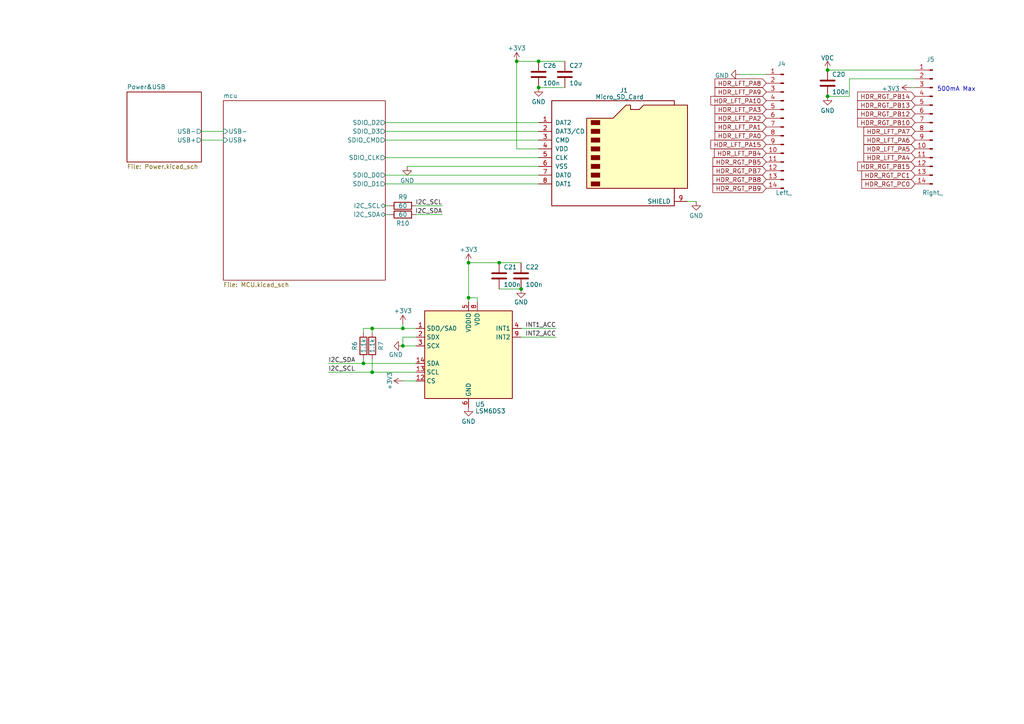
<source format=kicad_sch>
(kicad_sch (version 20231120) (generator "eeschema") (generator_version "8.0")
  (paper "A4")
  (lib_symbols
    (symbol "Connector:Conn_01x14_Pin" (pin_names (offset 1.016) hide)
      (property "Reference" "J" (at 0 17.78 0))
      (property "Value" "Conn_01x14_Pin" (at 0 -20.32 0))
      (symbol "Conn_01x14_Pin_1_1"
        (polyline (pts (xy 1.27 -17.78) (xy 0.8636 -17.78)) (stroke (width 0.1524)))
        (polyline (pts (xy 1.27 -15.24) (xy 0.8636 -15.24)) (stroke (width 0.1524)))
        (polyline (pts (xy 1.27 -12.7) (xy 0.8636 -12.7)) (stroke (width 0.1524)))
        (polyline (pts (xy 1.27 -10.16) (xy 0.8636 -10.16)) (stroke (width 0.1524)))
        (polyline (pts (xy 1.27 -7.62) (xy 0.8636 -7.62)) (stroke (width 0.1524)))
        (polyline (pts (xy 1.27 -5.08) (xy 0.8636 -5.08)) (stroke (width 0.1524)))
        (polyline (pts (xy 1.27 -2.54) (xy 0.8636 -2.54)) (stroke (width 0.1524)))
        (polyline (pts (xy 1.27 0) (xy 0.8636 0)) (stroke (width 0.1524)))
        (polyline (pts (xy 1.27 2.54) (xy 0.8636 2.54)) (stroke (width 0.1524)))
        (polyline (pts (xy 1.27 5.08) (xy 0.8636 5.08)) (stroke (width 0.1524)))
        (polyline (pts (xy 1.27 7.62) (xy 0.8636 7.62)) (stroke (width 0.1524)))
        (polyline (pts (xy 1.27 10.16) (xy 0.8636 10.16)) (stroke (width 0.1524)))
        (polyline (pts (xy 1.27 12.7) (xy 0.8636 12.7)) (stroke (width 0.1524)))
        (polyline (pts (xy 1.27 15.24) (xy 0.8636 15.24)) (stroke (width 0.1524)))
        (rectangle (start 0.8636 -17.653) (end 0 -17.907) (stroke (width 0.1524)) (fill (type outline)))
        (rectangle (start 0.8636 -15.113) (end 0 -15.367) (stroke (width 0.1524)) (fill (type outline)))
        (rectangle (start 0.8636 -12.573) (end 0 -12.827) (stroke (width 0.1524)) (fill (type outline)))
        (rectangle (start 0.8636 -10.033) (end 0 -10.287) (stroke (width 0.1524)) (fill (type outline)))
        (rectangle (start 0.8636 -7.493) (end 0 -7.747) (stroke (width 0.1524)) (fill (type outline)))
        (rectangle (start 0.8636 -4.953) (end 0 -5.207) (stroke (width 0.1524)) (fill (type outline)))
        (rectangle (start 0.8636 -2.413) (end 0 -2.667) (stroke (width 0.1524)) (fill (type outline)))
        (rectangle (start 0.8636 0.127) (end 0 -0.127) (stroke (width 0.1524)) (fill (type outline)))
        (rectangle (start 0.8636 2.667) (end 0 2.413) (stroke (width 0.1524)) (fill (type outline)))
        (rectangle (start 0.8636 5.207) (end 0 4.953) (stroke (width 0.1524)) (fill (type outline)))
        (rectangle (start 0.8636 7.747) (end 0 7.493) (stroke (width 0.1524)) (fill (type outline)))
        (rectangle (start 0.8636 10.287) (end 0 10.033) (stroke (width 0.1524)) (fill (type outline)))
        (rectangle (start 0.8636 12.827) (end 0 12.573) (stroke (width 0.1524)) (fill (type outline)))
        (rectangle (start 0.8636 15.367) (end 0 15.113) (stroke (width 0.1524)) (fill (type outline)))
        (pin passive line (at 5.08 15.24 180) (length 3.81) (name "Pin_1") (number "1"))
        (pin passive line (at 5.08 -7.62 180) (length 3.81) (name "Pin_10") (number "10"))
        (pin passive line (at 5.08 -10.16 180) (length 3.81) (name "Pin_11") (number "11"))
        (pin passive line (at 5.08 -12.7 180) (length 3.81) (name "Pin_12") (number "12"))
        (pin passive line (at 5.08 -15.24 180) (length 3.81) (name "Pin_13") (number "13"))
        (pin passive line (at 5.08 -17.78 180) (length 3.81) (name "Pin_14") (number "14"))
        (pin passive line (at 5.08 12.7 180) (length 3.81) (name "Pin_2") (number "2"))
        (pin passive line (at 5.08 10.16 180) (length 3.81) (name "Pin_3") (number "3"))
        (pin passive line (at 5.08 7.62 180) (length 3.81) (name "Pin_4") (number "4"))
        (pin passive line (at 5.08 5.08 180) (length 3.81) (name "Pin_5") (number "5"))
        (pin passive line (at 5.08 2.54 180) (length 3.81) (name "Pin_6") (number "6"))
        (pin passive line (at 5.08 0 180) (length 3.81) (name "Pin_7") (number "7"))
        (pin passive line (at 5.08 -2.54 180) (length 3.81) (name "Pin_8") (number "8"))
        (pin passive line (at 5.08 -5.08 180) (length 3.81) (name "Pin_9") (number "9"))
      )
    )
    (symbol "Connector:Micro_SD_Card" (pin_names (offset 1.016))
      (property "Reference" "J" (at -16.51 15.24 0))
      (property "Value" "Micro_SD_Card" (at 16.51 15.24 0))
      (symbol "Micro_SD_Card_0_1"
        (rectangle (start -7.62 -9.525) (end -5.08 -10.795) (fill (type outline)))
        (rectangle (start -7.62 -6.985) (end -5.08 -8.255) (fill (type outline)))
        (rectangle (start -7.62 -4.445) (end -5.08 -5.715) (fill (type outline)))
        (rectangle (start -7.62 -1.905) (end -5.08 -3.175) (fill (type outline)))
        (rectangle (start -7.62 0.635) (end -5.08 -0.635) (fill (type outline)))
        (rectangle (start -7.62 3.175) (end -5.08 1.905) (fill (type outline)))
        (rectangle (start -7.62 5.715) (end -5.08 4.445) (fill (type outline)))
        (rectangle (start -7.62 8.255) (end -5.08 6.985) (fill (type outline)))
        (polyline (pts (xy 16.51 12.7) (xy 16.51 13.97) (xy -19.05 13.97) (xy -19.05 -16.51) (xy 16.51 -16.51) (xy 16.51 -11.43)) (stroke (width 0.254)))
        (polyline (pts (xy -8.89 -11.43) (xy -8.89 8.89) (xy -1.27 8.89) (xy 2.54 12.7) (xy 3.81 12.7) (xy 3.81 11.43) (xy 6.35 11.43) (xy 7.62 12.7) (xy 20.32 12.7) (xy 20.32 -11.43) (xy -8.89 -11.43)) (stroke (width 0.254)) (fill (type background)))
      )
      (symbol "Micro_SD_Card_1_1"
        (pin bidirectional line (at -22.86 7.62 0) (length 3.81) (name "DAT2") (number "1"))
        (pin bidirectional line (at -22.86 5.08 0) (length 3.81) (name "DAT3/CD") (number "2"))
        (pin input line (at -22.86 2.54 0) (length 3.81) (name "CMD") (number "3"))
        (pin power_in line (at -22.86 0 0) (length 3.81) (name "VDD") (number "4"))
        (pin input line (at -22.86 -2.54 0) (length 3.81) (name "CLK") (number "5"))
        (pin power_in line (at -22.86 -5.08 0) (length 3.81) (name "VSS") (number "6"))
        (pin bidirectional line (at -22.86 -7.62 0) (length 3.81) (name "DAT0") (number "7"))
        (pin bidirectional line (at -22.86 -10.16 0) (length 3.81) (name "DAT1") (number "8"))
        (pin passive line (at 20.32 -15.24 180) (length 3.81) (name "SHIELD") (number "9"))
      )
    )
    (symbol "Device:C" (pin_numbers hide) (pin_names (offset 0.254))
      (property "Reference" "C" (at 0.635 2.54 0))
      (property "Value" "C" (at 0.635 -2.54 0))
      (symbol "C_0_1"
        (polyline (pts (xy -2.032 -0.762) (xy 2.032 -0.762)) (stroke (width 0.508)))
        (polyline (pts (xy -2.032 0.762) (xy 2.032 0.762)) (stroke (width 0.508)))
      )
      (symbol "C_1_1"
        (pin passive line (at 0 3.81 270) (length 2.794) (name "~") (number "1"))
        (pin passive line (at 0 -3.81 90) (length 2.794) (name "~") (number "2"))
      )
    )
    (symbol "Device:R" (pin_numbers hide) (pin_names (offset 0))
      (property "Reference" "R" (at 2.032 0 90))
      (property "Value" "R" (at 0 0 90))
      (symbol "R_0_1"
        (rectangle (start -1.016 -2.54) (end 1.016 2.54) (stroke (width 0.254)))
      )
      (symbol "R_1_1"
        (pin passive line (at 0 3.81 270) (length 1.27) (name "~") (number "1"))
        (pin passive line (at 0 -3.81 90) (length 1.27) (name "~") (number "2"))
      )
    )
    (symbol "Sensor_Motion:LSM6DS3"
      (property "Reference" "U" (at -11.43 15.24 0))
      (property "Value" "LSM6DS3" (at -11.43 12.7 0))
      (symbol "LSM6DS3_0_1"
        (rectangle (start -12.7 12.7) (end 12.7 -12.7) (stroke (width 0.254)) (fill (type background)))
      )
      (symbol "LSM6DS3_1_1"
        (pin bidirectional line (at -15.24 7.62 0) (length 2.54) (name "SDO/SA0") (number "1"))
        (pin no_connect line (at 12.7 -5.08 180) (length 3.81) hide (name "NC") (number "10"))
        (pin no_connect line (at 12.7 -2.54 180) (length 3.81) hide (name "NC") (number "11"))
        (pin input line (at -15.24 -7.62 0) (length 2.54) (name "CS") (number "12"))
        (pin input line (at -15.24 -5.08 0) (length 2.54) (name "SCL") (number "13"))
        (pin bidirectional line (at -15.24 -2.54 0) (length 2.54) (name "SDA") (number "14"))
        (pin bidirectional line (at -15.24 5.08 0) (length 2.54) (name "SDX") (number "2"))
        (pin input line (at -15.24 2.54 0) (length 2.54) (name "SCX") (number "3"))
        (pin output line (at 15.24 7.62 180) (length 2.54) (name "INT1") (number "4"))
        (pin power_in line (at 0 15.24 270) (length 2.54) (name "VDDIO") (number "5"))
        (pin power_in line (at 0 -15.24 90) (length 2.54) (name "GND") (number "6"))
        (pin passive line (at 0 -15.24 90) (length 2.54) hide (name "GND") (number "7"))
        (pin power_in line (at 2.54 15.24 270) (length 2.54) (name "VDD") (number "8"))
        (pin output line (at 15.24 5.08 180) (length 2.54) (name "INT2") (number "9"))
      )
    )
    (symbol "power:+3V3" (power) (pin_names (offset 0))
      (property "Value" "+3V3" (at 0 3.556 0))
      (symbol "+3V3_0_1"
        (polyline (pts (xy -0.762 1.27) (xy 0 2.54)))
        (polyline (pts (xy 0 0) (xy 0 2.54)))
        (polyline (pts (xy 0 2.54) (xy 0.762 1.27)))
      )
      (symbol "+3V3_1_1"
        (pin power_in line (at 0 0 90) (length 0) hide (name "+3V3") (number "1"))
      )
    )
    (symbol "power:GND" (power) (pin_names (offset 0))
      (property "Value" "GND" (at 0 -3.81 0))
      (symbol "GND_0_1"
        (polyline (pts (xy 0 0) (xy 0 -1.27) (xy 1.27 -1.27) (xy 0 -2.54) (xy -1.27 -1.27) (xy 0 -1.27)))
      )
      (symbol "GND_1_1"
        (pin power_in line (at 0 0 270) (length 0) hide (name "GND") (number "1"))
      )
    )
    (symbol "power:VDC" (power) (pin_names (offset 0))
      (property "Value" "VDC" (at 0 6.35 0))
      (symbol "VDC_0_1"
        (polyline (pts (xy -0.762 1.27) (xy 0 2.54)))
        (polyline (pts (xy 0 0) (xy 0 2.54)))
        (polyline (pts (xy 0 2.54) (xy 0.762 1.27)))
      )
      (symbol "VDC_1_1"
        (pin power_in line (at 0 0 90) (length 0) hide (name "VDC") (number "1"))
      )
    )
  )
  (junction (at 107.95 107.95))
  (junction (at 240.03 27.94))
  (junction (at 107.95 95.25))
  (junction (at 105.41 105.41))
  (junction (at 151.13 83.82))
  (junction (at 135.89 86.36))
  (junction (at 116.84 95.25))
  (junction (at 135.89 76.2))
  (junction (at 156.21 25.4))
  (junction (at 116.84 100.33))
  (junction (at 149.86 17.78))
  (junction (at 156.21 17.78))
  (junction (at 144.78 76.2))
  (junction (at 240.03 20.32))
  (wire (pts (xy 111.76 35.56) (xy 156.21 35.56)))
  (wire (pts (xy 199.39 58.42) (xy 201.93 58.42)))
  (wire (pts (xy 246.38 22.86) (xy 246.38 27.94)))
  (wire (pts (xy 144.78 76.2) (xy 151.13 76.2)))
  (wire (pts (xy 120.65 100.33) (xy 116.84 100.33)))
  (wire (pts (xy 111.76 45.72) (xy 156.21 45.72)))
  (wire (pts (xy 95.25 107.95) (xy 107.95 107.95)))
  (wire (pts (xy 116.84 97.79) (xy 120.65 97.79)))
  (wire (pts (xy 240.03 20.32) (xy 265.43 20.32)))
  (wire (pts (xy 105.41 104.14) (xy 105.41 105.41)))
  (wire (pts (xy 120.65 62.23) (xy 128.27 62.23)))
  (wire (pts (xy 116.84 93.98) (xy 116.84 95.25)))
  (wire (pts (xy 144.78 83.82) (xy 151.13 83.82)))
  (wire (pts (xy 138.43 86.36) (xy 135.89 86.36)))
  (wire (pts (xy 111.76 59.69) (xy 113.03 59.69)))
  (wire (pts (xy 156.21 17.78) (xy 163.83 17.78)))
  (wire (pts (xy 149.86 17.78) (xy 149.86 43.18)))
  (wire (pts (xy 156.21 25.4) (xy 163.83 25.4)))
  (wire (pts (xy 138.43 87.63) (xy 138.43 86.36)))
  (wire (pts (xy 222.25 21.59) (xy 214.63 21.59)))
  (wire (pts (xy 149.86 17.78) (xy 156.21 17.78)))
  (wire (pts (xy 107.95 95.25) (xy 116.84 95.25)))
  (wire (pts (xy 105.41 95.25) (xy 107.95 95.25)))
  (wire (pts (xy 107.95 104.14) (xy 107.95 107.95)))
  (wire (pts (xy 58.42 40.64) (xy 64.77 40.64)))
  (wire (pts (xy 111.76 40.64) (xy 156.21 40.64)))
  (wire (pts (xy 116.84 110.49) (xy 120.65 110.49)))
  (wire (pts (xy 116.84 97.79) (xy 116.84 100.33)))
  (wire (pts (xy 107.95 96.52) (xy 107.95 95.25)))
  (wire (pts (xy 135.89 76.2) (xy 135.89 86.36)))
  (wire (pts (xy 156.21 43.18) (xy 149.86 43.18)))
  (wire (pts (xy 107.95 107.95) (xy 120.65 107.95)))
  (wire (pts (xy 105.41 105.41) (xy 120.65 105.41)))
  (wire (pts (xy 58.42 38.1) (xy 64.77 38.1)))
  (wire (pts (xy 135.89 76.2) (xy 144.78 76.2)))
  (wire (pts (xy 111.76 38.1) (xy 156.21 38.1)))
  (wire (pts (xy 246.38 27.94) (xy 240.03 27.94)))
  (wire (pts (xy 135.89 86.36) (xy 135.89 87.63)))
  (wire (pts (xy 118.11 48.26) (xy 156.21 48.26)))
  (wire (pts (xy 95.25 105.41) (xy 105.41 105.41)))
  (wire (pts (xy 105.41 96.52) (xy 105.41 95.25)))
  (wire (pts (xy 264.16 25.4) (xy 265.43 25.4)))
  (wire (pts (xy 111.76 50.8) (xy 156.21 50.8)))
  (wire (pts (xy 120.65 59.69) (xy 128.27 59.69)))
  (wire (pts (xy 246.38 22.86) (xy 265.43 22.86)))
  (wire (pts (xy 120.65 95.25) (xy 116.84 95.25)))
  (wire (pts (xy 111.76 53.34) (xy 156.21 53.34)))
  (wire (pts (xy 151.13 97.79) (xy 161.29 97.79)))
  (wire (pts (xy 111.76 62.23) (xy 113.03 62.23)))
  (wire (pts (xy 151.13 95.25) (xy 161.29 95.25)))
  (text "500mA Max" (at 271.78 26.67 0) (effects (font (size 1.27 1.27)) (justify left bottom)))
  (label "I2C_SCL" (at 95.25 107.95 0))
  (label "I2C_SCL" (at 128.27 59.69 180))
  (label "I2C_SDA" (at 128.27 62.23 180))
  (label "INT1_ACC" (at 161.29 95.25 180))
  (label "INT2_ACC" (at 161.29 97.79 180))
  (label "I2C_SDA" (at 95.25 105.41 0))
  (global_label "HDR_LFT_PA15" (shape input) (at 222.25 41.91 180) (property "Intersheetrefs" "${INTERSHEET_REFS}" (effects (hide yes))))
  (global_label "HDR_RGT_PB12" (shape input) (at 265.43 33.02 180) (property "Intersheetrefs" "${INTERSHEET_REFS}" (effects (hide yes))))
  (global_label "HDR_LFT_PB4" (shape input) (at 222.25 44.45 180) (property "Intersheetrefs" "${INTERSHEET_REFS}" (effects (hide yes))))
  (global_label "HDR_RGT_PB7" (shape input) (at 222.25 49.53 180) (property "Intersheetrefs" "${INTERSHEET_REFS}" (effects (hide yes))))
  (global_label "HDR_LFT_PA6" (shape input) (at 265.43 40.64 180) (property "Intersheetrefs" "${INTERSHEET_REFS}" (effects (hide yes))))
  (global_label "HDR_RGT_PB5" (shape input) (at 222.25 46.99 180) (property "Intersheetrefs" "${INTERSHEET_REFS}" (effects (hide yes))))
  (global_label "HDR_LFT_PA9" (shape input) (at 222.25 26.67 180) (property "Intersheetrefs" "${INTERSHEET_REFS}" (effects (hide yes))))
  (global_label "HDR_RGT_PC0" (shape input) (at 265.43 53.34 180) (property "Intersheetrefs" "${INTERSHEET_REFS}" (effects (hide yes))))
  (global_label "HDR_RGT_PC1" (shape input) (at 265.43 50.8 180) (property "Intersheetrefs" "${INTERSHEET_REFS}" (effects (hide yes))))
  (global_label "HDR_LFT_PA4" (shape input) (at 265.43 45.72 180) (property "Intersheetrefs" "${INTERSHEET_REFS}" (effects (hide yes))))
  (global_label "HDR_LFT_PA8" (shape input) (at 222.25 24.13 180) (property "Intersheetrefs" "${INTERSHEET_REFS}" (effects (hide yes))))
  (global_label "HDR_RGT_PB13" (shape input) (at 265.43 30.48 180) (property "Intersheetrefs" "${INTERSHEET_REFS}" (effects (hide yes))))
  (global_label "HDR_LFT_PA7" (shape input) (at 265.43 38.1 180) (property "Intersheetrefs" "${INTERSHEET_REFS}" (effects (hide yes))))
  (global_label "HDR_RGT_PB15" (shape input) (at 265.43 48.26 180) (property "Intersheetrefs" "${INTERSHEET_REFS}" (effects (hide yes))))
  (global_label "HDR_LFT_PA10" (shape input) (at 222.25 29.21 180) (property "Intersheetrefs" "${INTERSHEET_REFS}" (effects (hide yes))))
  (global_label "HDR_LFT_PA1" (shape input) (at 222.25 36.83 180) (property "Intersheetrefs" "${INTERSHEET_REFS}" (effects (hide yes))))
  (global_label "HDR_RGT_PB9" (shape input) (at 222.25 54.61 180) (property "Intersheetrefs" "${INTERSHEET_REFS}" (effects (hide yes))))
  (global_label "HDR_LFT_PA3" (shape input) (at 222.25 31.75 180) (property "Intersheetrefs" "${INTERSHEET_REFS}" (effects (hide yes))))
  (global_label "HDR_LFT_PA2" (shape input) (at 222.25 34.29 180) (property "Intersheetrefs" "${INTERSHEET_REFS}" (effects (hide yes))))
  (global_label "HDR_LFT_PA0" (shape input) (at 222.25 39.37 180) (property "Intersheetrefs" "${INTERSHEET_REFS}" (effects (hide yes))))
  (global_label "HDR_RGT_PB10" (shape input) (at 265.43 35.56 180) (property "Intersheetrefs" "${INTERSHEET_REFS}" (effects (hide yes))))
  (global_label "HDR_RGT_PB14" (shape input) (at 265.43 27.94 180) (property "Intersheetrefs" "${INTERSHEET_REFS}" (effects (hide yes))))
  (global_label "HDR_RGT_PB8" (shape input) (at 222.25 52.07 180) (property "Intersheetrefs" "${INTERSHEET_REFS}" (effects (hide yes))))
  (global_label "HDR_LFT_PA5" (shape input) (at 265.43 43.18 180) (property "Intersheetrefs" "${INTERSHEET_REFS}" (effects (hide yes))))
  (symbol (lib_id "Device:C") (at 144.78 80.01 0) (unit 1)
    (property "Reference" "C21" (at 146.05 77.47 0) (effects (justify left)))
    (property "Value" "100n" (at 146.05 82.55 0) (effects (justify left)))
    (property "Footprint" "Capacitor_SMD:C_0603_1608Metric" (effects (hide yes)))
  )
  (symbol (lib_id "Connector:Conn_01x14_Pin") (at 227.33 36.83 0) (mirror y) (unit 1)
    (property "Reference" "J4" (at 226.695 18.5039 0))
    (property "Value" "Left_" (at 227.33 55.88 0))
    (property "Footprint" "Connector_PinHeader_2.54mm:PinHeader_1x14_P2.54mm_Vertical" (effects (hide yes)))
  )
  (symbol (lib_id "Connector:Conn_01x14_Pin") (at 270.51 35.56 0) (mirror y) (unit 1)
    (property "Reference" "J5" (at 269.875 17.2339 0))
    (property "Value" "Right_" (at 270.51 55.88 0))
    (property "Footprint" "Connector_PinHeader_2.54mm:PinHeader_1x14_P2.54mm_Vertical" (effects (hide yes)))
  )
  (symbol (lib_id "power:GND") (at 214.63 21.59 270) (mirror x) (unit 1)
    (property "Reference" "#PWR027" (effects (hide yes)))
    (property "Value" "GND" (at 211.4551 21.9068 90) (effects (justify right)))
  )
  (symbol (lib_id "Device:C") (at 156.21 21.59 0) (unit 1)
    (property "Reference" "C26" (at 157.48 19.05 0) (effects (justify left)))
    (property "Value" "100n" (at 157.48 24.13 0) (effects (justify left)))
    (property "Footprint" "Capacitor_SMD:C_0603_1608Metric" (effects (hide yes)))
  )
  (symbol (lib_id "Device:C") (at 151.13 80.01 0) (unit 1)
    (property "Reference" "C22" (at 152.4 77.47 0) (effects (justify left)))
    (property "Value" "100n" (at 152.4 82.55 0) (effects (justify left)))
    (property "Footprint" "Capacitor_SMD:C_0603_1608Metric" (effects (hide yes)))
  )
  (symbol (lib_id "Connector:Micro_SD_Card") (at 179.07 43.18 0) (unit 1)
    (property "Reference" "J1" (at 180.975 26.2001 0))
    (property "Value" "Micro_SD_Card" (at 179.705 28.1211 0))
    (property "Footprint" "Connector_Card:microSD_HC_Molex_104031-0811" (effects (hide yes)))
    (property "Datasheet" "http://katalog.we-online.de/em/datasheet/693072010801.pdf" (effects (hide yes)))
  )
  (symbol (lib_id "power:GND") (at 240.03 27.94 0) (mirror y) (unit 1)
    (property "Reference" "#PWR032" (effects (hide yes)))
    (property "Value" "GND" (at 240.03 32.0755 0))
  )
  (symbol (lib_id "power:+3V3") (at 264.16 25.4 90) (unit 1)
    (property "Reference" "#PWR033" (effects (hide yes)))
    (property "Value" "+3V3" (at 260.985 25.7168 90) (effects (justify left)))
  )
  (symbol (lib_id "power:GND") (at 118.11 48.26 0) (unit 1)
    (property "Reference" "#PWR028" (effects (hide yes)))
    (property "Value" "GND" (at 118.11 52.3955 0))
  )
  (symbol (lib_id "power:GND") (at 201.93 58.42 0) (unit 1)
    (property "Reference" "#PWR029" (effects (hide yes)))
    (property "Value" "GND" (at 201.93 62.5555 0))
  )
  (symbol (lib_id "power:GND") (at 116.84 100.33 270) (unit 1)
    (property "Reference" "#PWR041" (effects (hide yes)))
    (property "Value" "GND" (at 116.84 102.87 90) (effects (justify right)))
  )
  (symbol (lib_id "power:+3V3") (at 116.84 93.98 0) (unit 1)
    (property "Reference" "#PWR043" (effects (hide yes)))
    (property "Value" "+3V3" (at 116.84 90.17 0))
  )
  (symbol (lib_id "power:+3V3") (at 149.86 17.78 0) (unit 1)
    (property "Reference" "#PWR046" (effects (hide yes)))
    (property "Value" "+3V3" (at 149.86 13.97 0))
  )
  (symbol (lib_id "power:GND") (at 151.13 83.82 0) (unit 1)
    (property "Reference" "#PWR040" (effects (hide yes)))
    (property "Value" "GND" (at 151.13 87.63 0))
  )
  (symbol (lib_id "power:GND") (at 135.89 118.11 0) (unit 1)
    (property "Reference" "#PWR039" (effects (hide yes)))
    (property "Value" "GND" (at 135.89 122.2455 0))
  )
  (symbol (lib_id "Device:R") (at 116.84 59.69 90) (unit 1)
    (property "Reference" "R9" (at 116.84 57.15 90))
    (property "Value" "60" (at 116.84 59.69 90))
    (property "Footprint" "Resistor_SMD:R_0603_1608Metric" (effects (hide yes)))
  )
  (symbol (lib_id "Device:R") (at 105.41 100.33 180) (unit 1)
    (property "Reference" "R6" (at 102.87 100.33 90))
    (property "Value" "1.1k" (at 105.41 100.33 90))
    (property "Footprint" "Resistor_SMD:R_0603_1608Metric" (effects (hide yes)))
  )
  (symbol (lib_id "Device:C") (at 240.03 24.13 0) (unit 1)
    (property "Reference" "C20" (at 241.3 21.59 0) (effects (justify left)))
    (property "Value" "100n" (at 241.3 26.67 0) (effects (justify left)))
    (property "Footprint" "Capacitor_SMD:C_0603_1608Metric" (effects (hide yes)))
  )
  (symbol (lib_id "Device:R") (at 107.95 100.33 0) (unit 1)
    (property "Reference" "R7" (at 110.49 100.33 90))
    (property "Value" "1.1k" (at 107.95 100.33 90))
    (property "Footprint" "Resistor_SMD:R_0603_1608Metric" (effects (hide yes)))
  )
  (symbol (lib_id "power:VDC") (at 240.03 20.32 0) (unit 1)
    (property "Reference" "#PWR031" (effects (hide yes)))
    (property "Value" "VDC" (at 240.03 16.8181 0))
  )
  (symbol (lib_id "power:+3V3") (at 135.89 76.2 0) (unit 1)
    (property "Reference" "#PWR037" (effects (hide yes)))
    (property "Value" "+3V3" (at 135.89 72.39 0))
  )
  (symbol (lib_id "Sensor_Motion:LSM6DS3") (at 135.89 102.87 0) (unit 1)
    (property "Reference" "U5" (at 137.8459 117.2925 0) (effects (justify left)))
    (property "Value" "LSM6DS3" (at 137.8459 119.2135 0) (effects (justify left)))
    (property "Footprint" "Package_LGA:LGA-14_3x2.5mm_P0.5mm_LayoutBorder3x4y" (effects (hide yes)))
    (property "Datasheet" "https://www.st.com/resource/en/datasheet/lsm6ds3tr-c.pdf" (effects (hide yes)))
  )
  (symbol (lib_id "power:+3V3") (at 116.84 110.49 90) (unit 1)
    (property "Reference" "#PWR042" (effects (hide yes)))
    (property "Value" "+3V3" (at 113.03 110.49 0))
  )
  (symbol (lib_id "power:GND") (at 156.21 25.4 0) (unit 1)
    (property "Reference" "#PWR045" (effects (hide yes)))
    (property "Value" "GND" (at 156.21 29.5355 0))
  )
  (symbol (lib_id "Device:C") (at 163.83 21.59 0) (unit 1)
    (property "Reference" "C27" (at 165.1 19.05 0) (effects (justify left)))
    (property "Value" "10u" (at 165.1 24.13 0) (effects (justify left)))
    (property "Footprint" "Capacitor_SMD:C_0603_1608Metric" (effects (hide yes)))
  )
  (symbol (lib_id "Device:R") (at 116.84 62.23 270) (unit 1)
    (property "Reference" "R10" (at 116.84 64.77 90))
    (property "Value" "60" (at 116.84 62.23 90))
    (property "Footprint" "Resistor_SMD:R_0603_1608Metric" (effects (hide yes)))
  )
  (sheet (at 36.83 26.67) (size 21.59 20.32) (stroke (width 0.1524))
    (property "Sheetname" "Power&USB" (at 36.83 25.9584 0) (effects (justify left bottom)))
    (property "Sheetfile" "Power.kicad_sch" (at 36.83 47.5746 0) (effects (justify left top)))
    (pin "USB-" output (at 58.42 38.1 0))
    (pin "USB+" output (at 58.42 40.64 0))
  )
  (sheet (at 64.77 29.21) (size 46.99 52.07) (stroke (width 0.1524))
    (property "Sheetname" "mcu" (at 64.77 28.4984 0) (effects (justify left bottom)))
    (property "Sheetfile" "MCU.kicad_sch" (at 64.77 81.8646 0) (effects (justify left top)))
    (pin "SDIO_CLK" output (at 111.76 45.72 0))
    (pin "SDIO_D3" output (at 111.76 38.1 0))
    (pin "SDIO_D1" output (at 111.76 53.34 0))
    (pin "SDIO_D0" output (at 111.76 50.8 0))
    (pin "USB-" input (at 64.77 38.1 180))
    (pin "USB+" input (at 64.77 40.64 180))
    (pin "SDIO_CMD" output (at 111.76 40.64 0))
    (pin "I2C_SCL" bidirectional (at 111.76 59.69 0))
    (pin "I2C_SDA" bidirectional (at 111.76 62.23 0))
    (pin "SDIO_D2" output (at 111.76 35.56 0))
  )
)
</source>
